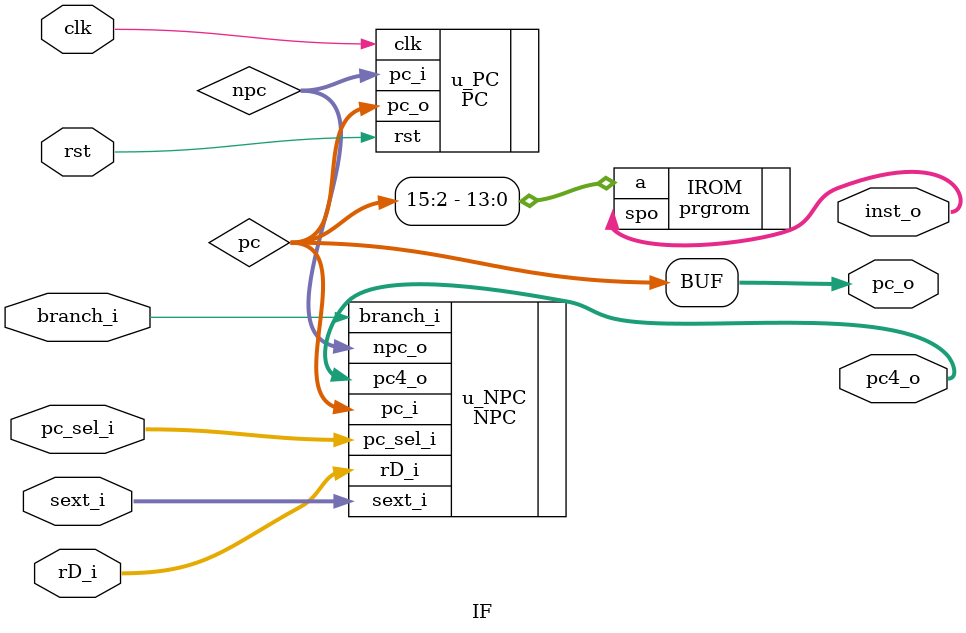
<source format=v>
`timescale 1ns / 1ps
module IF(
    input   wire        rst,
    input   wire        clk,
    // ÊäÈëÐÅºÅ
    input   wire[31:0]  sext_i,     // ·ûºÅÀ©Õ¹Á¢¼´Êý£¬ÓÃÓÚÌø×ª
    input   wire[31:0]  rD_i,       // jalrÖÐ¼Ä´æÆ÷Öµrs1
    // À´×Ô¿ØÖÆÄ£¿éµÄÐÅºÅ
    input   wire[1:0]   pc_sel_i,   // pcÑ¡ÔñÐÅºÅ
    input   wire        branch_i,   // Ìø×ª
    // Êä³öÐÅºÅ
    output  wire[31:0]  inst_o,     // Ö¸Áî
    output  wire[31:0]  pc4_o,      // pc+4
    output  wire[31:0]  pc_o       // µ±Ç°pc
    );
    
    wire[31:0]  npc;    // ´ÓNPCÊä³ö£¬ÊäÈëPCµÄµØÖ·£¬¼´ÏÂÒ»ÌõÖ¸ÁîµØÖ·
    wire[31:0]  pc;     // ´ÓPCÊä³öÏòÍâ²¿£¨»ò»Øµ½NPCÒÔ+4£©µÄµØÖ·
    assign pc_o = pc;
    
    // Ö¸ÁîµØÖ·Êä³ö
    PC u_PC(
        .clk(clk),
        .rst(rst),
        .pc_i(npc),
        .pc_o(pc)
    );
    
    // ÏÂÒ»ÌõÖ¸ÁîµØÖ·
    NPC u_NPC(
        .pc_sel_i   (pc_sel_i),
        .pc_i       (pc),
        .sext_i     (sext_i),
        .branch_i   (branch_i),
        .rD_i       (rD_i),
        .pc4_o      (pc4_o),
        .npc_o      (npc)
    );
    
    prgrom IROM (
        .a      (pc[15:2]),
        .spo    (inst_o)
    );
endmodule

</source>
